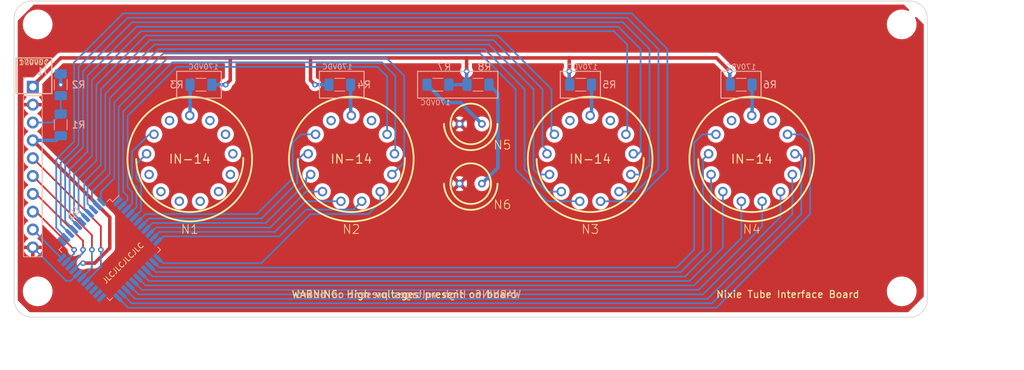
<source format=kicad_pcb>
(kicad_pcb (version 20211014) (generator pcbnew)
  (title_block (title "Nixie Tube Clock") (date "2023-05-21") (rev "01") (company "Chris Oakes Electronics") (comment 1 "Nixie Tube Interface Board"))
  (layers (0 "F.Cu" signal) (31 "B.Cu" signal) (34 "B.Paste" user) (35 "F.Paste" user) (36 "B.SilkS" user "B.Silkscreen") (37 "F.SilkS" user "F.Silkscreen") (38 "B.Mask" user) (39 "F.Mask" user) (44 "Edge.Cuts" user))
  (net 0 "")
  (net 1 "+170VDC")
  (net 2 "GND")
  (net 3 "Net-(J1-Pad3)")
  (net 4 "+12V")
  (net 5 "Net-(J1-Pad5)")
  (net 6 "Net-(J1-Pad6)")
  (net 7 "Net-(J1-Pad7)")
  (net 8 "Net-(J1-Pad8)")
  (net 9 "Net-(J1-Pad9)")
  (net 12 "Net-(N1-PadA)")
  (net 20 "N1_1")
  (net 21 "N1_2")
  (net 25 "Net-(N2-PadA)")
  (net 26 "N2_0")
  (net 27 "N2_1")
  (net 28 "N2_2")
  (net 29 "N2_3")
  (net 30 "N2_4")
  (net 31 "N2_5")
  (net 32 "N2_6")
  (net 33 "N2_7")
  (net 34 "N2_8")
  (net 35 "N2_9")
  (net 38 "Net-(N3-PadA)")
  (net 39 "N3_0")
  (net 40 "N3_1")
  (net 41 "N3_2")
  (net 42 "N3_3")
  (net 43 "N3_4")
  (net 44 "N3_5")
  (net 45 "N3_6")
  (net 46 "N3_7")
  (net 47 "N3_8")
  (net 48 "N3_9")
  (net 51 "Net-(N4-PadA)")
  (net 52 "N4_0")
  (net 53 "N4_1")
  (net 54 "N4_2")
  (net 55 "N4_3")
  (net 56 "N4_4")
  (net 57 "N4_5")
  (net 58 "N4_6")
  (net 59 "N4_7")
  (net 60 "N4_8")
  (net 61 "N4_9")
  (net 62 "Net-(N5-PadA)")
  (net 63 "Net-(N6-PadA)")
  (footprint "MountingHole:MountingHole_3.2mm_M3" (layer "F.Cu") (at 164.563127 77.917407)
    (fp_text reference "H3" hide)
    (fp_text value "MountingHole")
    (pad "" np_thru_hole circle (at 0 0) (size 3.2 3.2) (drill 3.2) (layers *.Cu *.Mask))
  )
  (footprint "nixies-us:nixies-us-IN-14" (layer "F.Cu") (at 63.21536 59.08464 180)
    (fp_text reference "N1" (at 0 -10 180) (layer "F.SilkS") (effects (font (size 1.27 1.27) (thickness 0.1016))))
    (fp_text value "IN-14" (at 0 0) (layer "F.SilkS") (effects (font (size 1.27 1.27))))
    (pad "0" thru_hole circle locked (at -5.0927 3.51536 180) (size 1.3462 1.3462) (drill 0.8382) (layers *.Cu *.Mask))
    (pad "1" thru_hole circle locked (at 5.0927 3.51536 180) (size 1.3462 1.3462) (drill 0.8382) (layers *.Cu *.Mask) (net 20 "N1_1"))
    (pad "2" thru_hole circle locked (at 6.14426 0.74422 180) (size 1.3462 1.3462) (drill 0.8382) (layers *.Cu *.Mask) (net 21 "N1_2"))
    (pad "3" thru_hole circle locked (at 5.78612 -2.19456 180) (size 1.3462 1.3462) (drill 0.8382) (layers *.Cu *.Mask))
    (pad "4" thru_hole circle locked (at 4.10464 -4.63296 180) (size 1.3462 1.3462) (drill 0.8382) (layers *.Cu *.Mask))
    (pad "5" thru_hole circle locked (at 1.48082 -6.00964 180) (size 1.3462 1.3462) (drill 0.8382) (layers *.Cu *.Mask))
    (pad "6" thru_hole circle locked (at -1.48082 -6.00964 180) (size 1.3462 1.3462) (drill 0.8382) (layers *.Cu *.Mask))
    (pad "7" thru_hole circle locked (at -4.10464 -4.63296 180) (size 1.3462 1.3462) (drill 0.8382) (layers *.Cu *.Mask))
    (pad "8" thru_hole circle locked (at -5.78612 -2.19456 180) (size 1.3462 1.3462) (drill 0.8382) (layers *.Cu *.Mask))
    (pad "9" thru_hole circle locked (at -6.14426 0.74422 180) (size 1.3462 1.3462) (drill 0.8382) (layers *.Cu *.Mask))
    (pad "A" thru_hole circle locked (at 0 6.18744 180) (size 1.3462 1.3462) (drill 0.8382) (layers *.Cu *.Mask) (net 12 "Net-(N1-PadA)"))
    (pad "LHDP" thru_hole circle locked (at 2.87528 5.47878 180) (size 1.3462 1.3462) (drill 0.8382) (layers *.Cu *.Mask))
    (pad "RHDP" thru_hole circle locked (at -2.87528 5.47878 180) (size 1.3462 1.3462) (drill 0.8382) (layers *.Cu *.Mask))
  )
  (footprint "nixies-us:nixies-us-IN-14" (layer "F.Cu") (at 120.21536 59.08464 180)
    (fp_text reference "N3" (at 0 -10 180) (layer "F.SilkS") (effects (font (size 1.27 1.27) (thickness 0.1016))))
    (fp_text value "IN-14" (at 0 0) (layer "F.SilkS") (effects (font (size 1.27 1.27))))
    (pad "0" thru_hole circle locked (at -5.0927 3.51536 180) (size 1.3462 1.3462) (drill 0.8382) (layers *.Cu *.Mask) (net 39 "N3_0"))
    (pad "1" thru_hole circle locked (at 5.0927 3.51536 180) (size 1.3462 1.3462) (drill 0.8382) (layers *.Cu *.Mask) (net 44 "N3_5"))
    (pad "2" thru_hole circle locked (at 6.14426 0.74422 180) (size 1.3462 1.3462) (drill 0.8382) (layers *.Cu *.Mask) (net 43 "N3_4"))
    (pad "3" thru_hole circle locked (at 5.78612 -2.19456 180) (size 1.3462 1.3462) (drill 0.8382) (layers *.Cu *.Mask) (net 42 "N3_3"))
    (pad "4" thru_hole circle locked (at 4.10464 -4.63296 180) (size 1.3462 1.3462) (drill 0.8382) (layers *.Cu *.Mask) (net 41 "N3_2"))
    (pad "5" thru_hole circle locked (at 1.48082 -6.00964 180) (size 1.3462 1.3462) (drill 0.8382) (layers *.Cu *.Mask) (net 40 "N3_1"))
    (pad "6" thru_hole circle locked (at -1.48082 -6.00964 180) (size 1.3462 1.3462) (drill 0.8382) (layers *.Cu *.Mask) (net 45 "N3_6"))
    (pad "7" thru_hole circle locked (at -4.10464 -4.63296 180) (size 1.3462 1.3462) (drill 0.8382) (layers *.Cu *.Mask) (net 46 "N3_7"))
    (pad "8" thru_hole circle locked (at -5.78612 -2.19456 180) (size 1.3462 1.3462) (drill 0.8382) (layers *.Cu *.Mask) (net 47 "N3_8"))
    (pad "9" thru_hole circle locked (at -6.14426 0.74422 180) (size 1.3462 1.3462) (drill 0.8382) (layers *.Cu *.Mask) (net 48 "N3_9"))
    (pad "A" thru_hole circle locked (at 0 6.18744 180) (size 1.3462 1.3462) (drill 0.8382) (layers *.Cu *.Mask) (net 38 "Net-(N3-PadA)"))
    (pad "LHDP" thru_hole circle locked (at 2.87528 5.47878 180) (size 1.3462 1.3462) (drill 0.8382) (layers *.Cu *.Mask))
    (pad "RHDP" thru_hole circle locked (at -2.87528 5.47878 180) (size 1.3462 1.3462) (drill 0.8382) (layers *.Cu *.Mask))
  )
  (footprint "nixies-us:nixies-us-IN-14" (layer "F.Cu") (at 143.21536 59.08464 180)
    (fp_text reference "N4" (at 0 -10 180) (layer "F.SilkS") (effects (font (size 1.27 1.27) (thickness 0.1016))))
    (fp_text value "IN-14" (at 0 0) (layer "F.SilkS") (effects (font (size 1.27 1.27))))
    (pad "0" thru_hole circle locked (at -5.0927 3.51536 180) (size 1.3462 1.3462) (drill 0.8382) (layers *.Cu *.Mask) (net 52 "N4_0"))
    (pad "1" thru_hole circle locked (at 5.0927 3.51536 180) (size 1.3462 1.3462) (drill 0.8382) (layers *.Cu *.Mask) (net 53 "N4_1"))
    (pad "2" thru_hole circle locked (at 6.14426 0.74422 180) (size 1.3462 1.3462) (drill 0.8382) (layers *.Cu *.Mask) (net 54 "N4_2"))
    (pad "3" thru_hole circle locked (at 5.78612 -2.19456 180) (size 1.3462 1.3462) (drill 0.8382) (layers *.Cu *.Mask) (net 55 "N4_3"))
    (pad "4" thru_hole circle locked (at 4.10464 -4.63296 180) (size 1.3462 1.3462) (drill 0.8382) (layers *.Cu *.Mask) (net 56 "N4_4"))
    (pad "5" thru_hole circle locked (at 1.48082 -6.00964 180) (size 1.3462 1.3462) (drill 0.8382) (layers *.Cu *.Mask) (net 57 "N4_5"))
    (pad "6" thru_hole circle locked (at -1.48082 -6.00964 180) (size 1.3462 1.3462) (drill 0.8382) (layers *.Cu *.Mask) (net 58 "N4_6"))
    (pad "7" thru_hole circle locked (at -4.10464 -4.63296 180) (size 1.3462 1.3462) (drill 0.8382) (layers *.Cu *.Mask) (net 59 "N4_7"))
    (pad "8" thru_hole circle locked (at -5.78612 -2.19456 180) (size 1.3462 1.3462) (drill 0.8382) (layers *.Cu *.Mask) (net 60 "N4_8"))
    (pad "9" thru_hole circle locked (at -6.14426 0.74422 180) (size 1.3462 1.3462) (drill 0.8382) (layers *.Cu *.Mask) (net 61 "N4_9"))
    (pad "A" thru_hole circle locked (at 0 6.18744 180) (size 1.3462 1.3462) (drill 0.8382) (layers *.Cu *.Mask) (net 51 "Net-(N4-PadA)"))
    (pad "LHDP" thru_hole circle locked (at 2.87528 5.47878 180) (size 1.3462 1.3462) (drill 0.8382) (layers *.Cu *.Mask))
    (pad "RHDP" thru_hole circle locked (at -2.87528 5.47878 180) (size 1.3462 1.3462) (drill 0.8382) (layers *.Cu *.Mask))
  )
  (footprint "MountingHole:MountingHole_3.2mm_M3" (layer "F.Cu") (at 41.563127 39.917407)
    (fp_text reference "H1" hide)
    (fp_text value "MountingHole")
    (pad "" np_thru_hole circle (at 0 0) (size 3.2 3.2) (drill 3.2) (layers *.Cu *.Mask))
  )
  (footprint "nixies-us:nixies-us-IN-3" (layer "F.Cu") (at 103.21536 62.58464 180)
    (fp_text reference "N6" (at -4.5 -3) (layer "F.SilkS") (effects (font (size 1.27 1.27) (thickness 0.1016))))
    (fp_text value "IN-3" hide)
    (pad "A" thru_hole circle locked (at -1.5875 0 180) (size 1.10744 1.10744) (drill 0.59944) (layers *.Cu *.Mask) (net 63 "Net-(N6-PadA)"))
    (pad "K" thru_hole circle locked (at 1.5875 0 180) (size 1.10744 1.10744) (drill 0.59944) (layers *.Cu *.Mask) (net 2 "GND"))
  )
  (footprint "nixies-us:nixies-us-IN-14" (layer "F.Cu") (at 86.21536 59.08464 180)
    (fp_text reference "N2" (at 0 -10 180) (layer "F.SilkS") (effects (font (size 1.27 1.27) (thickness 0.1016))))
    (fp_text value "IN-14" (at 0 0) (layer "F.SilkS") (effects (font (size 1.27 1.27))))
    (pad "0" thru_hole circle locked (at -5.0927 3.51536 180) (size 1.3462 1.3462) (drill 0.8382) (layers *.Cu *.Mask) (net 26 "N2_0"))
    (pad "1" thru_hole circle locked (at 5.0927 3.51536 180) (size 1.3462 1.3462) (drill 0.8382) (layers *.Cu *.Mask) (net 27 "N2_1"))
    (pad "2" thru_hole circle locked (at 6.14426 0.74422 180) (size 1.3462 1.3462) (drill 0.8382) (layers *.Cu *.Mask) (net 28 "N2_2"))
    (pad "3" thru_hole circle locked (at 5.78612 -2.19456 180) (size 1.3462 1.3462) (drill 0.8382) (layers *.Cu *.Mask) (net 29 "N2_3"))
    (pad "4" thru_hole circle locked (at 4.10464 -4.63296 180) (size 1.3462 1.3462) (drill 0.8382) (layers *.Cu *.Mask) (net 30 "N2_4"))
    (pad "5" thru_hole circle locked (at 1.48082 -6.00964 180) (size 1.3462 1.3462) (drill 0.8382) (layers *.Cu *.Mask) (net 31 "N2_5"))
    (pad "6" thru_hole circle locked (at -1.48082 -6.00964 180) (size 1.3462 1.3462) (drill 0.8382) (layers *.Cu *.Mask) (net 32 "N2_6"))
    (pad "7" thru_hole circle locked (at -4.10464 -4.63296 180) (size 1.3462 1.3462) (drill 0.8382) (layers *.Cu *.Mask) (net 33 "N2_7"))
    (pad "8" thru_hole circle locked (at -5.78612 -2.19456 180) (size 1.3462 1.3462) (drill 0.8382) (layers *.Cu *.Mask) (net 34 "N2_8"))
    (pad "9" thru_hole circle locked (at -6.14426 0.74422 180) (size 1.3462 1.3462) (drill 0.8382) (layers *.Cu *.Mask) (net 35 "N2_9"))
    (pad "A" thru_hole circle locked (at 0 6.18744 180) (size 1.3462 1.3462) (drill 0.8382) (layers *.Cu *.Mask) (net 25 "Net-(N2-PadA)"))
    (pad "LHDP" thru_hole circle locked (at 2.87528 5.47878 180) (size 1.3462 1.3462) (drill 0.8382) (layers *.Cu *.Mask))
    (pad "RHDP" thru_hole circle locked (at -2.87528 5.47878 180) (size 1.3462 1.3462) (drill 0.8382) (layers *.Cu *.Mask))
  )
  (footprint "MountingHole:MountingHole_3.2mm_M3" (layer "F.Cu") (at 164.563127 39.917407)
    (fp_text reference "H2" hide)
    (fp_text value "MountingHole")
    (pad "" np_thru_hole circle (at 0 0) (size 3.2 3.2) (drill 3.2) (layers *.Cu *.Mask))
  )
  (footprint "nixies-us:nixies-us-IN-3" (layer "F.Cu") (at 103.21536 54.08464 180)
    (fp_text reference "N5" (at -4.5 -3) (layer "F.SilkS") (effects (font (size 1.27 1.27) (thickness 0.1016))))
    (fp_text value "IN-3" hide)
    (pad "A" thru_hole circle locked (at -1.5875 0 180) (size 1.10744 1.10744) (drill 0.59944) (layers *.Cu *.Mask) (net 62 "Net-(N5-PadA)"))
    (pad "K" thru_hole circle locked (at 1.5875 0 180) (size 1.10744 1.10744) (drill 0.59944) (layers *.Cu *.Mask) (net 2 "GND"))
  )
  (footprint "MountingHole:MountingHole_3.2mm_M3" (layer "F.Cu") (at 41.563127 77.917407)
    (fp_text reference "H4" hide)
    (fp_text value "MountingHole")
    (pad "" np_thru_hole circle (at 0 0) (size 3.2 3.2) (drill 3.2) (layers *.Cu *.Mask))
  )
  (footprint "Resistor_SMD:R_1206_3216Metric_Pad1.30x1.75mm_HandSolder" (layer "B.Cu") (at 98.54036 48.49964 180)
    (fp_text reference "R7" (at -0.915 2.54) (layer "B.SilkS") (effects (justify mirror)))
    (fp_text value "10k")
    (pad "1" smd roundrect (at -1.55 0 180) (size 1.3 1.75) (layers "B.Cu" "B.Paste" "B.Mask") (roundrect_rratio 0.1923076923) (net 1 "+170VDC"))
    (pad "2" smd roundrect (at 1.55 0 180) (size 1.3 1.75) (layers "B.Cu" "B.Paste" "B.Mask") (roundrect_rratio 0.1923076923) (net 62 "Net-(N5-PadA)"))
  )
  (footprint "Resistor_SMD:R_1206_3216Metric_Pad1.30x1.75mm_HandSolder" (layer "B.Cu") (at 104.25536 48.49964)
    (fp_text reference "R8" (at 0.915 -2.54) (layer "B.SilkS") (effects (justify mirror)))
    (fp_text value "10k")
    (pad "1" smd roundrect (at -1.55 0) (size 1.3 1.75) (layers "B.Cu" "B.Paste" "B.Mask") (roundrect_rratio 0.1923076923) (net 1 "+170VDC"))
    (pad "2" smd roundrect (at 1.55 0) (size 1.3 1.75) (layers "B.Cu" "B.Paste" "B.Mask") (roundrect_rratio 0.1923076923) (net 63 "Net-(N6-PadA)"))
  )
  (footprint "Resistor_SMD:R_1206_3216Metric_Pad1.30x1.75mm_HandSolder" (layer "B.Cu") (at 118.86036 48.49964)
    (fp_text reference "R5" (at 4.09 0) (layer "B.SilkS") (effects (justify mirror)))
    (fp_text value "10k")
    (pad "1" smd roundrect (at -1.55 0) (size 1.3 1.75) (layers "B.Cu" "B.Paste" "B.Mask") (roundrect_rratio 0.1923076923) (net 1 "+170VDC"))
    (pad "2" smd roundrect (at 1.55 0) (size 1.3 1.75) (layers "B.Cu" "B.Paste" "B.Mask") (roundrect_rratio 0.1923076923) (net 38 "Net-(N3-PadA)"))
  )
  (footprint "Connector_PinSocket_2.54mm:PinSocket_1x10_P2.54mm_Vertical" (layer "B.Cu") (at 40.87536 48.79964 180)
    (fp_text reference "J1" (at -1.43 2.205) (layer "B.SilkS") (effects (justify mirror)))
    (fp_text value "Conn_01x10")
    (pad "1" thru_hole rect (at 0 0 180) (size 1.7 1.7) (drill 1) (layers *.Cu *.Mask) (net 1 "+170VDC"))
    (pad "2" thru_hole oval (at 0 -2.54 180) (size 1.7 1.7) (drill 1) (layers *.Cu *.Mask) (net 2 "GND"))
    (pad "3" thru_hole oval (at 0 -5.08 180) (size 1.7 1.7) (drill 1) (layers *.Cu *.Mask) (net 3 "Net-(J1-Pad3)"))
    (pad "4" thru_hole oval (at 0 -7.62 180) (size 1.7 1.7) (drill 1) (layers *.Cu *.Mask) (net 4 "+12V"))
    (pad "5" thru_hole oval (at 0 -10.16 180) (size 1.7 1.7) (drill 1) (layers *.Cu *.Mask) (net 5 "Net-(J1-Pad5)"))
    (pad "6" thru_hole oval (at 0 -12.7 180) (size 1.7 1.7) (drill 1) (layers *.Cu *.Mask) (net 6 "Net-(J1-Pad6)"))
    (pad "7" thru_hole oval (at 0 -15.24 180) (size 1.7 1.7) (drill 1) (layers *.Cu *.Mask) (net 7 "Net-(J1-Pad7)"))
    (pad "8" thru_hole oval (at 0 -17.78 180) (size 1.7 1.7) (drill 1) (layers *.Cu *.Mask) (net 8 "Net-(J1-Pad8)"))
    (pad "9" thru_hole oval (at 0 -20.32 180) (size 1.7 1.7) (drill 1) (layers *.Cu *.Mask) (net 9 "Net-(J1-Pad9)"))
    (pad "10" thru_hole oval (at 0 -22.86 180) (size 1.7 1.7) (drill 1) (layers *.Cu *.Mask) (net 2 "GND"))
  )
  (footprint "Resistor_SMD:R_1206_3216Metric_Pad1.30x1.75mm_HandSolder" (layer "B.Cu") (at 64.81036 48.49964 180)
    (fp_text reference "R3" (at 3.455 0) (layer "B.SilkS") (effects (justify mirror)))
    (fp_text value "10k")
    (pad "1" smd roundrect (at -1.55 0 180) (size 1.3 1.75) (layers "B.Cu" "B.Paste" "B.Mask") (roundrect_rratio 0.1923076923) (net 1 "+170VDC"))
    (pad "2" smd roundrect (at 1.55 0 180) (size 1.3 1.75) (layers "B.Cu" "B.Paste" "B.Mask") (roundrect_rratio 0.1923076923) (net 12 "Net-(N1-PadA)"))
  )
  (footprint "Package_QFP:LQFP-44_10x10mm_P0.8mm" (layer "B.Cu") (at 51.83036 71.99464 -135)
    (fp_text reference "U1" (at 0 7.35 45) (layer "B.SilkS") (effects (justify mirror)))
    (fp_text value "HV5622PG-G")
    (pad "1" smd roundrect (at -5.6625 4 225) (size 1.475 0.55) (layers "B.Cu" "B.Paste" "B.Mask") (net 34 "N2_8"))
    (pad "2" smd roundrect (at -5.6625 3.2 225) (size 1.475 0.55) (layers "B.Cu" "B.Paste" "B.Mask") (net 35 "N2_9"))
    (pad "3" smd roundrect (at -5.6625 2.4 225) (size 1.475 0.55) (layers "B.Cu" "B.Paste" "B.Mask") (net 26 "N2_0"))
    (pad "4" smd roundrect (at -5.6625 1.6 225) (size 1.475 0.55) (layers "B.Cu" "B.Paste" "B.Mask") (net 20 "N1_1"))
    (pad "5" smd roundrect (at -5.6625 0.8 225) (size 1.475 0.55) (layers "B.Cu" "B.Paste" "B.Mask") (net 21 "N1_2"))
    (pad "6" smd roundrect (at -5.6625 0 225) (size 1.475 0.55) (layers "B.Cu" "B.Paste" "B.Mask") (net 27 "N2_1"))
    (pad "7" smd roundrect (at -5.6625 -0.8 225) (size 1.475 0.55) (layers "B.Cu" "B.Paste" "B.Mask") (net 28 "N2_2"))
    (pad "8" smd roundrect (at -5.6625 -1.6 225) (size 1.475 0.55) (layers "B.Cu" "B.Paste" "B.Mask") (net 29 "N2_3"))
    (pad "9" smd roundrect (at -5.6625 -2.4 225) (size 1.475 0.55) (layers "B.Cu" "B.Paste" "B.Mask") (net 30 "N2_4"))
    (pad "10" smd roundrect (at -5.6625 -3.2 225) (size 1.475 0.55) (layers "B.Cu" "B.Paste" "B.Mask") (net 31 "N2_5"))
    (pad "11" smd roundrect (at -5.6625 -4 225) (size 1.475 0.55) (layers "B.Cu" "B.Paste" "B.Mask") (net 32 "N2_6"))
    (pad "12" smd roundrect (at -4 -5.6625 225) (size 0.55 1.475) (layers "B.Cu" "B.Paste" "B.Mask") (net 33 "N2_7"))
    (pad "13" smd roundrect (at -3.2 -5.6625 225) (size 0.55 1.475) (layers "B.Cu" "B.Paste" "B.Mask") (net 53 "N4_1"))
    (pad "14" smd roundrect (at -2.4 -5.6625 225) (size 0.55 1.475) (layers "B.Cu" "B.Paste" "B.Mask") (net 54 "N4_2"))
    (pad "15" smd roundrect (at -1.6 -5.6625 225) (size 0.55 1.475) (layers "B.Cu" "B.Paste" "B.Mask") (net 55 "N4_3"))
    (pad "16" smd roundrect (at -0.8 -5.6625 225) (size 0.55 1.475) (layers "B.Cu" "B.Paste" "B.Mask") (net 56 "N4_4"))
    (pad "17" smd roundrect (at 0 -5.6625 225) (size 0.55 1.475) (layers "B.Cu" "B.Paste" "B.Mask") (net 57 "N4_5"))
    (pad "18" smd roundrect (at 0.8 -5.6625 225) (size 0.55 1.475) (layers "B.Cu" "B.Paste" "B.Mask") (net 58 "N4_6"))
    (pad "19" smd roundrect (at 1.6 -5.6625 225) (size 0.55 1.475) (layers "B.Cu" "B.Paste" "B.Mask") (net 59 "N4_7"))
    (pad "20" smd roundrect (at 2.4 -5.6625 225) (size 0.55 1.475) (layers "B.Cu" "B.Paste" "B.Mask") (net 60 "N4_8"))
    (pad "21" smd roundrect (at 3.2 -5.6625 225) (size 0.55 1.475) (layers "B.Cu" "B.Paste" "B.Mask") (net 61 "N4_9"))
    (pad "22" smd roundrect (at 4 -5.6625 225) (size 0.55 1.475) (layers "B.Cu" "B.Paste" "B.Mask") (net 52 "N4_0"))
    (pad "23" smd roundrect (at 5.6625 -4 225) (size 1.475 0.55) (layers "B.Cu" "B.Paste" "B.Mask"))
    (pad "24" smd roundrect (at 5.6625 -3.2 225) (size 1.475 0.55) (layers "B.Cu" "B.Paste" "B.Mask"))
    (pad "25" smd roundrect (at 5.6625 -2.4 225) (size 1.475 0.55) (layers "B.Cu" "B.Paste" "B.Mask"))
    (pad "26" smd roundrect (at 5.6625 -1.6 225) (size 1.475 0.55) (layers "B.Cu" "B.Paste" "B.Mask"))
    (pad "27" smd roundrect (at 5.6625 -0.8 225) (size 1.475 0.55) (layers "B.Cu" "B.Paste" "B.Mask") (net 5 "Net-(J1-Pad5)"))
    (pad "28" smd roundrect (at 5.6625 0 225) (size 1.475 0.55) (layers "B.Cu" "B.Paste" "B.Mask") (net 6 "Net-(J1-Pad6)"))
    (pad "29" smd roundrect (at 5.6625 0.8 225) (size 1.475 0.55) (layers "B.Cu" "B.Paste" "B.Mask") (net 2 "GND"))
    (pad "30" smd roundrect (at 5.6625 1.6 225) (size 1.475 0.55) (layers "B.Cu" "B.Paste" "B.Mask") (net 4 "+12V"))
    (pad "31" smd roundrect (at 5.6625 2.4 225) (size 1.475 0.55) (layers "B.Cu" "B.Paste" "B.Mask") (net 7 "Net-(J1-Pad7)"))
    (pad "32" smd roundrect (at 5.6625 3.2 225) (size 1.475 0.55) (layers "B.Cu" "B.Paste" "B.Mask") (net 8 "Net-(J1-Pad8)"))
    (pad "33" smd roundrect (at 5.6625 4 225) (size 1.475 0.55) (layers "B.Cu" "B.Paste" "B.Mask") (net 9 "Net-(J1-Pad9)"))
    (pad "34" smd roundrect (at 4 5.6625 225) (size 0.55 1.475) (layers "B.Cu" "B.Paste" "B.Mask"))
    (pad "35" smd roundrect (at 3.2 5.6625 225) (size 0.55 1.475) (layers "B.Cu" "B.Paste" "B.Mask") (net 45 "N3_6"))
    (pad "36" smd roundrect (at 2.4 5.6625 225) (size 0.55 1.475) (layers "B.Cu" "B.Paste" "B.Mask") (net 46 "N3_7"))
    (pad "37" smd roundrect (at 1.6 5.6625 225) (size 0.55 1.475) (layers "B.Cu" "B.Paste" "B.Mask") (net 47 "N3_8"))
    (pad "38" smd roundrect (at 0.8 5.6625 225) (size 0.55 1.475) (layers "B.Cu" "B.Paste" "B.Mask") (net 48 "N3_9"))
    (pad "39" smd roundrect (at 0 5.6625 225) (size 0.55 1.475) (layers "B.Cu" "B.Paste" "B.Mask") (net 39 "N3_0"))
    (pad "40" smd roundrect (at -0.8 5.6625 225) (size 0.55 1.475) (layers "B.Cu" "B.Paste" "B.Mask") (net 44 "N3_5"))
    (pad "41" smd roundrect (at -1.6 5.6625 225) (size 0.55 1.475) (layers "B.Cu" "B.Paste" "B.Mask") (net 43 "N3_4"))
    (pad "42" smd roundrect (at -2.4 5.6625 225) (size 0.55 1.475) (layers "B.Cu" "B.Paste" "B.Mask") (net 42 "N3_3"))
    (pad "43" smd roundrect (at -3.2 5.6625 225) (size 0.55 1.475) (layers "B.Cu" "B.Paste" "B.Mask") (net 41 "N3_2"))
    (pad "44" smd roundrect (at -4 5.6625 225) (size 0.55 1.475) (layers "B.Cu" "B.Paste" "B.Mask") (net 40 "N3_1"))
  )
  (footprint "Resistor_SMD:R_1206_3216Metric_Pad1.30x1.75mm_HandSolder" (layer "B.Cu") (at 84.57036 48.49964)
    (fp_text reference "R4" (at 3.455 0) (layer "B.SilkS") (effects (justify mirror)))
    (fp_text value "10k")
    (pad "1" smd roundrect (at -1.55 0) (size 1.3 1.75) (layers "B.Cu" "B.Paste" "B.Mask") (roundrect_rratio 0.1923076923) (net 1 "+170VDC"))
    (pad "2" smd roundrect (at 1.55 0) (size 1.3 1.75) (layers "B.Cu" "B.Paste" "B.Mask") (roundrect_rratio 0.1923076923) (net 25 "Net-(N2-PadA)"))
  )
  (footprint "Resistor_SMD:R_1206_3216Metric_Pad1.30x1.75mm_HandSolder" (layer "B.Cu") (at 141.72036 48.49964)
    (fp_text reference "R6" (at 4.09 0) (layer "B.SilkS") (effects (justify mirror)))
    (fp_text value "10k")
    (pad "1" smd roundrect (at -1.55 0) (size 1.3 1.75) (layers "B.Cu" "B.Paste" "B.Mask") (roundrect_rratio 0.1923076923) (net 1 "+170VDC"))
    (pad "2" smd roundrect (at 1.55 0) (size 1.3 1.75) (layers "B.Cu" "B.Paste" "B.Mask") (roundrect_rratio 0.1923076923) (net 51 "Net-(N4-PadA)"))
  )
  (footprint "Resistor_SMD:R_1206_3216Metric_Pad1.30x1.75mm_HandSolder" (layer "B.Cu") (at 44.84536 54.21464 90)
    (fp_text reference "R1" (at 0 2.54 180) (layer "B.SilkS") (effects (justify mirror)))
    (fp_text value "DNF_27k")
    (pad "1" smd roundrect (at -1.55 0 90) (size 1.3 1.75) (layers "B.Cu" "B.Paste" "B.Mask") (roundrect_rratio 0.1923076923) (net 4 "+12V"))
    (pad "2" smd roundrect (at 1.55 0 90) (size 1.3 1.75) (layers "B.Cu" "B.Paste" "B.Mask") (roundrect_rratio 0.1923076923) (net 3 "Net-(J1-Pad3)"))
  )
  (footprint "Resistor_SMD:R_1206_3216Metric_Pad1.30x1.75mm_HandSolder" (layer "B.Cu") (at 44.84536 48.49964 90)
    (fp_text reference "R2" (at 0 2.54 180) (layer "B.SilkS") (effects (justify mirror)))
    (fp_text value "10k")
    (pad "1" smd roundrect (at -1.55 0 90) (size 1.3 1.75) (layers "B.Cu" "B.Paste" "B.Mask") (roundrect_rratio 0.1923076923) (net 3 "Net-(J1-Pad3)"))
    (pad "2" smd roundrect (at 1.55 0 90) (size 1.3 1.75) (layers "B.Cu" "B.Paste" "B.Mask") (roundrect_rratio 0.1923076923) (net 2 "GND"))
  )
  (gr_rect (start 95.64536 50.40464) (end 107.07536 46.59464) (layer "B.SilkS") (width 0.15) (fill none))
  (gr_rect (start 38.49536 44.68964) (end 43.57536 49.76964) (layer "B.SilkS") (width 0.15) (fill none))
  (gr_rect (start 61.35536 50.40464) (end 67.70536 46.59464) (layer "B.SilkS") (width 0.15) (fill none))
  (gr_rect (start 81.67536 50.40464) (end 88.02536 46.59464) (layer "B.SilkS") (width 0.15) (fill none))
  (gr_rect (start 115.96536 50.40464) (end 121.68036 46.59464) (layer "B.SilkS") (width 0.15) (fill none))
  (gr_rect (start 138.82536 50.40464) (end 144.54036 46.59464) (layer "B.SilkS") (width 0.15) (fill none))
  (gr_rect (start 38.49536 44.68964) (end 43.57536 49.76964) (layer "F.SilkS") (width 0.15) (fill none))
  (gr_arc (start 38.21536 39.08464) (mid 38.947593 37.316873) (end 40.71536 36.58464) (layer "Edge.Cuts") (width 0.1))
  (gr_line (start 168.21536 39.08464) (end 168.21536 79.08464) (layer "Edge.Cuts") (width 0.1))
  (gr_line (start 38.21536 79.08464) (end 38.21536 39.08464) (layer "Edge.Cuts") (width 0.1))
  (gr_arc (start 168.21536 79.08464) (mid 167.483127 80.852407) (end 165.71536 81.58464) (layer "Edge.Cuts") (width 0.1))
  (gr_arc (start 40.71536 81.58464) (mid 38.947593 80.852407) (end 38.21536 79.08464) (layer "Edge.Cuts") (width 0.1))
  (gr_arc (start 165.71536 36.58464) (mid 167.483127 37.316873) (end 168.21536 39.08464) (layer "Edge.Cuts") (width 0.1))
  (gr_line (start 165.71536 81.58464) (end 40.71536 81.58464) (layer "Edge.Cuts") (width 0.1))
  (gr_line (start 40.71536 36.58464) (end 165.71536 36.58464) (layer "Edge.Cuts") (width 0.1))
  (gr_text "170VDC" (at 98.18536 51.03964) (layer "B.SilkS") (effects (font (size 0.75 0.75) (thickness 0.1)) (justify mirror)))
  (gr_text "170VDC" (at 84.21536 45.95964) (layer "B.SilkS") (effects (font (size 0.75 0.75) (thickness 0.1)) (justify mirror)))
  (gr_text "170VDC" (at 41.03536 45.32464) (layer "B.SilkS") (effects (font (size 0.75 0.75) (thickness 0.1)) (justify mirror)))
  (gr_text "WARNING: High voltages present on board" (at 94.37536 78.34464) (layer "B.SilkS") (effects (font (size 1 1)) (justify mirror)))
  (gr_text "170VDC" (at 119.14036 45.95964) (layer "B.SilkS") (effects (font (size 0.75 0.75) (thickness 0.1)) (justify mirror)))
  (gr_text "170VDC" (at 65.16536 45.95964) (layer "B.SilkS") (effects (font (size 0.75 0.75) (thickness 0.1)) (justify mirror)))
  (gr_text "170VDC" (at 141.68286 45.95964) (layer "B.SilkS") (effects (font (size 0.75 0.75) (thickness 0.1)) (justify mirror)))
  (gr_text "Nixie Tube Interface Board" (at 148.35036 78.34464) (layer "F.SilkS") (effects (font (size 1 1))))
  (gr_text "JLCJLCJLCJLC" (at 53.73536 73.89964 45) (layer "F.SilkS") (effects (font (size 0.75 0.75) (thickness 0.1))))
  (gr_text "170VDC" (at 41.03536 45.32464) (layer "F.SilkS") (effects (font (size 0.75 0.75) (thickness 0.1))))
  (gr_text "WARNING: High voltages present on board" (at 93.74036 78.34464) (layer "F.SilkS") (effects (font (size 1 1))))
  (segment (start 117.23536 44.68964) (end 117.23536 46.59464) (width 0.5) (layer "F.Cu") (net 1))
  (segment (start 117.23536 44.68964) (end 138.19036 44.68964) (width 0.5) (layer "F.Cu") (net 1))
  (segment (start 68.34036 44.68964) (end 80.40536 44.68964) (width 0.5) (layer "F.Cu") (net 1))
  (segment (start 80.40536 44.68964) (end 80.40536 47.86464) (width 0.5) (layer "F.Cu") (net 1))
  (segment (start 139.46036 45.95964) (end 140.09536 46.59464) (width 0.5) (layer "F.Cu") (net 1))
  (segment (start 68.97536 44.68964) (end 68.97536 47.86464) (width 0.5) (layer "F.Cu") (net 1))
  (segment (start 102.63036 44.68964) (end 117.23536 44.68964) (width 0.5) (layer "F.Cu") (net 1))
  (segment (start 102.63036 44.68964) (end 102.63036 46.59464) (width 0.5) (layer "F.Cu") (net 1))
  (segment (start 44.84536 44.68964) (end 68.34036 44.68964) (width 0.5) (layer "F.Cu") (net 1))
  (segment (start 80.40536 47.86464) (end 81.04036 48.49964) (width 0.5) (layer "F.Cu") (net 1))
  (segment (start 138.19036 44.68964) (end 139.46036 45.95964) (width 0.5) (layer "F.Cu") (net 1))
  (segment (start 68.97536 47.86464) (end 68.34036 48.49964) (width 0.5) (layer "F.Cu") (net 1))
  (segment (start 80.40536 44.68964) (end 102.63036 44.68964) (width 0.5) (layer "F.Cu") (net 1))
  (segment (start 40.87536 48.65964) (end 44.84536 44.68964) (width 0.5) (layer "F.Cu") (net 1))
  (segment (start 40.87536 48.79964) (end 40.87536 48.65964) (width 0.5) (layer "F.Cu") (net 1))
  (via (at 68.34036 48.49964) (size 0.8) (drill 0.4) (layers "F.Cu" "B.Cu") (net 1))
  (via (at 140.09536 46.59464) (size 0.8) (drill 0.4) (layers "F.Cu" "B.Cu") (net 1))
  (via (at 81.04036 48.49964) (size 0.8) (drill 0.4) (layers "F.Cu" "B.Cu") (net 1))
  (via (at 117.23536 46.59464) (size 0.8) (drill 0.4) (layers "F.Cu" "B.Cu") (net 1))
  (via (at 102.63036 46.59464) (size 0.8) (drill 0.4) (layers "F.Cu" "B.Cu") (net 1))
  (segment (start 68.34036 48.49964) (end 66.36036 48.49964) (width 0.5) (layer "B.Cu") (net 1))
  (segment (start 102.63036 48.42464) (end 102.70536 48.49964) (width 0.5) (layer "B.Cu") (net 1))
  (segment (start 117.23536 46.59464) (end 117.23536 48.42464) (width 0.5) (layer "B.Cu") (net 1))
  (segment (start 81.04036 48.49964) (end 83.02036 48.49964) (width 0.5) (layer "B.Cu") (net 1))
  (segment (start 117.23536 48.42464) (end 117.31036 48.49964) (width 0.5) (layer "B.Cu") (net 1))
  (segment (start 140.09536 46.59464) (end 140.09536 48.42464) (width 0.5) (layer "B.Cu") (net 1))
  (segment (start 100.09036 48.49964) (end 102.70536 48.49964) (width 0.5) (layer "B.Cu") (net 1))
  (segment (start 140.09536 48.42464) (end 140.17036 48.49964) (width 0.5) (layer "B.Cu") (net 1))
  (segment (start 102.63036 46.59464) (end 102.63036 48.42464) (width 0.5) (layer "B.Cu") (net 1))
  (via (at 44.84536 48.49964) (size 0.8) (drill 0.4) (layers "F.Cu" "B.Cu") (net 2))
  (segment (start 46.253989 76.43964) (end 47.260682 75.432947) (width 0.25) (layer "B.Cu") (net 2))
  (segment (start 40.87536 71.65964) (end 45.65536 76.43964) (width 0.25) (layer "B.Cu") (net 2))
  (segment (start 44.84536 46.94964) (end 44.84536 48.49964) (width 0.5) (layer "B.Cu") (net 2))
  (segment (start 45.65536 76.43964) (end 46.253989 76.43964) (width 0.25) (layer "B.Cu") (net 2))
  (segment (start 43.63036 53.87964) (end 44.84536 52.66464) (width 0.25) (layer "B.Cu") (net 3))
  (segment (start 44.84536 50.04964) (end 44.84536 52.66464) (width 0.25) (layer "B.Cu") (net 3))
  (segment (start 40.87536 53.87964) (end 43.63036 53.87964) (width 0.25) (layer "B.Cu") (net 3))
  (segment (start 51.83036 69.45464) (end 51.83036 71.749254) (width 0.5) (layer "F.Cu") (net 4))
  (segment (start 51.83036 71.749254) (end 49.679974 73.89964) (width 0.5) (layer "F.Cu") (net 4))
  (segment (start 40.87536 56.41964) (end 51.83036 67.37464) (width 0.5) (layer "F.Cu") (net 4))
  (segment (start 51.83036 67.37464) (end 51.83036 69.45464) (width 0.5) (layer "F.Cu") (net 4))
  (segment (start 49.679974 73.89964) (end 48.02036 73.89964) (width 0.5) (layer "F.Cu") (net 4))
  (via (at 48.02036 73.89964) (size 0.8) (drill 0.4) (layers "F.Cu" "B.Cu") (net 4))
  (segment (start 40.87536 56.41964) (end 44.19036 56.41964) (width 0.5) (layer "B.Cu") (net 4))
  (segment (start 48.02036 73.89964) (end 47.662618 73.89964) (width 0.25) (layer "B.Cu") (net 4))
  (segment (start 44.19036 56.41964) (end 44.84536 55.76464) (width 0.5) (layer "B.Cu") (net 4))
  (segment (start 47.662618 73.89964) (end 46.694997 74.867261) (width 0.25) (layer "B.Cu") (net 4))
  (segment (start 50.56036 68.64464) (end 50.56036 70.08964) (width 0.25) (layer "F.Cu") (net 5))
  (segment (start 50.56036 70.08964) (end 50.56036 71.99464) (width 0.25) (layer "F.Cu") (net 5))
  (segment (start 40.87536 58.95964) (end 50.56036 68.64464) (width 0.25) (layer "F.Cu") (net 5))
  (via (at 50.56036 71.99464) (size 0.8) (drill 0.4) (layers "F.Cu" "B.Cu") (net 5))
  (segment (start 50.56036 74.396011) (end 48.392053 76.564318) (width 0.25) (layer "B.Cu") (net 5))
  (segment (start 50.56036 71.99464) (end 50.56036 74.396011) (width 0.25) (layer "B.Cu") (net 5))
  (segment (start 49.29036 69.91464) (end 49.29036 70.72464) (width 0.25) (layer "F.Cu") (net 6))
  (segment (start 49.29036 70.72464) (end 49.29036 71.99464) (width 0.25) (layer "F.Cu") (net 6))
  (segment (start 40.87536 61.49964) (end 49.29036 69.91464) (width 0.25) (layer "F.Cu") (net 6))
  (via (at 49.29036 71.99464) (size 0.8) (drill 0.4) (layers "F.Cu" "B.Cu") (net 6))
  (segment (start 49.29036 71.99464) (end 49.29036 74.53464) (width 0.25) (layer "B.Cu") (net 6))
  (segment (start 49.29036 74.53464) (end 47.826368 75.998632) (width 0.25) (layer "B.Cu") (net 6))
  (segment (start 40.87536 64.03964) (end 41.33536 64.03964) (width 0.25) (layer "F.Cu") (net 7))
  (segment (start 48.02036 70.72464) (end 48.02036 71.99464) (width 0.25) (layer "F.Cu") (net 7))
  (segment (start 41.33536 64.03964) (end 48.02036 70.72464) (width 0.25) (layer "F.Cu") (net 7))
  (via (at 48.02036 71.99464) (size 0.8) (drill 0.4) (layers "F.Cu" "B.Cu") (net 7))
  (segment (start 48.02036 71.99464) (end 48.02036 72.410528) (width 0.25) (layer "B.Cu") (net 7))
  (segment (start 48.02036 72.410528) (end 46.129312 74.301576) (width 0.25) (layer "B.Cu") (net 7))
  (segment (start 41.33536 66.57964) (end 46.75036 71.99464) (width 0.25) (layer "F.Cu") (net 8))
  (segment (start 40.87536 66.57964) (end 41.33536 66.57964) (width 0.25) (layer "F.Cu") (net 8))
  (via (at 46.75036 71.99464) (size 0.8) (drill 0.4) (layers "F.Cu" "B.Cu") (net 8))
  (segment (start 46.75036 72.549156) (end 45.563626 73.73589) (width 0.25) (layer "B.Cu") (net 8))
  (segment (start 46.75036 71.99464) (end 46.75036 72.549156) (width 0.25) (layer "B.Cu") (net 8))
  (segment (start 44.925925 73.170205) (end 44.997941 73.170205) (width 0.25) (layer "B.Cu") (net 9))
  (segment (start 40.87536 69.11964) (end 44.925925 73.170205) (width 0.25) (layer "B.Cu") (net 9))
  (segment (start 63.26036 52.8522) (end 63.21536 52.8972) (width 0.5) (layer "B.Cu") (net 12))
  (segment (start 63.26036 48.49964) (end 63.26036 52.8522) (width 0.5) (layer "B.Cu") (net 12))
  (segment (start 55.00536 62.46964) (end 55.00536 58.02464) (width 0.25) (layer "B.Cu") (net 20))
  (segment (start 55.64036 63.10464) (end 55.00536 62.46964) (width 0.25) (layer "B.Cu") (net 20))
  (segment (start 55.00536 58.02464) (end 57.46072 55.56928) (width 0.25) (layer "B.Cu") (net 20))
  (segment (start 55.64036 65.921898) (end 55.64036 63.10464) (width 0.25) (layer "B.Cu") (net 20))
  (segment (start 57.46072 55.56928) (end 58.12266 55.56928) (width 0.25) (layer "B.Cu") (net 20))
  (segment (start 54.702981 66.859277) (end 55.64036 65.921898) (width 0.25) (layer "B.Cu") (net 20))
  (segment (start 56.27536 66.418269) (end 56.27536 62.46964) (width 0.25) (layer "B.Cu") (net 21))
  (segment (start 55.268667 67.424962) (end 56.27536 66.418269) (width 0.25) (layer "B.Cu") (net 21))
  (segment (start 55.64036 61.83464) (end 55.64036 59.77116) (width 0.25) (layer "B.Cu") (net 21))
  (segment (start 55.64036 59.77116) (end 57.0711 58.34042) (width 0.25) (layer "B.Cu") (net 21))
  (segment (start 56.27536 62.46964) (end 55.64036 61.83464) (width 0.25) (layer "B.Cu") (net 21))
  (segment (start 86.12036 48.49964) (end 86.12036 52.8022) (width 0.5) (layer "B.Cu") (net 25))
  (segment (start 86.12036 52.8022) (end 86.21536 52.8972) (width 0.5) (layer "B.Cu") (net 25))
  (segment (start 61.35536 45.95964) (end 89.93036 45.95964) (width 0.25) (layer "B.Cu") (net 26))
  (segment (start 89.93036 45.95964) (end 91.30806 47.33734) (width 0.25) (layer "B.Cu") (net 26))
  (segment (start 54.37036 52.94464) (end 61.35536 45.95964) (width 0.25) (layer "B.Cu") (net 26))
  (segment (start 55.00536 63.73964) (end 54.37036 63.10464) (width 0.25) (layer "B.Cu") (net 26))
  (segment (start 54.137296 66.293592) (end 55.00536 65.425528) (width 0.25) (layer "B.Cu") (net 26))
  (segment (start 55.00536 65.425528) (end 55.00536 63.73964) (width 0.25) (layer "B.Cu") (net 26))
  (segment (start 54.37036 63.10464) (end 54.37036 52.94464) (width 0.25) (layer "B.Cu") (net 26))
  (segment (start 91.30806 47.33734) (end 91.30806 55.56928) (width 0.25) (layer "B.Cu") (net 26))
  (segment (start 79.05072 55.56928) (end 81.12266 55.56928) (width 0.25) (layer "B.Cu") (net 27))
  (segment (start 55.834352 67.990648) (end 56.91036 66.91464) (width 0.25) (layer "B.Cu") (net 27))
  (segment (start 77.86536 56.75464) (end 79.05072 55.56928) (width 0.25) (layer "B.Cu") (net 27))
  (segment (start 77.86536 61.83464) (end 77.86536 56.75464) (width 0.25) (layer "B.Cu") (net 27))
  (segment (start 72.78536 66.91464) (end 77.86536 61.83464) (width 0.25) (layer "B.Cu") (net 27))
  (segment (start 56.91036 66.91464) (end 72.78536 66.91464) (width 0.25) (layer "B.Cu") (net 27))
  (segment (start 73.42036 67.54964) (end 78.50036 62.46964) (width 0.25) (layer "B.Cu") (net 28))
  (segment (start 78.50036 62.46964) (end 78.50036 59.2854) (width 0.25) (layer "B.Cu") (net 28))
  (segment (start 57.406731 67.54964) (end 73.42036 67.54964) (width 0.25) (layer "B.Cu") (net 28))
  (segment (start 56.400038 68.556333) (end 57.406731 67.54964) (width 0.25) (layer "B.Cu") (net 28))
  (segment (start 78.50036 59.2854) (end 79.44534 58.34042) (width 0.25) (layer "B.Cu") (net 28))
  (segment (start 79.44534 58.34042) (end 80.0711 58.34042) (width 0.25) (layer "B.Cu") (net 28))
  (segment (start 57.903102 68.18464) (end 74.055719 68.18464) (width 0.25) (layer "B.Cu") (net 29))
  (segment (start 79.77036 61.83464) (end 80.3258 61.2792) (width 0.25) (layer "B.Cu") (net 29))
  (segment (start 80.3258 61.2792) (end 80.42924 61.2792) (width 0.25) (layer "B.Cu") (net 29))
  (segment (start 79.77036 62.469999) (end 79.77036 61.83464) (width 0.25) (layer "B.Cu") (net 29))
  (segment (start 56.965723 69.122019) (end 57.903102 68.18464) (width 0.25) (layer "B.Cu") (net 29))
  (segment (start 74.055719 68.18464) (end 79.77036 62.469999) (width 0.25) (layer "B.Cu") (net 29))
  (segment (start 58.399472 68.81964) (end 74.69036 68.81964) (width 0.25) (layer "B.Cu") (net 30))
  (segment (start 79.7924 63.7176) (end 82.11072 63.7176) (width 0.25) (layer "B.Cu") (net 30))
  (segment (start 74.69036 68.81964) (end 79.7924 63.7176) (width 0.25) (layer "B.Cu") (net 30))
  (segment (start 57.531408 69.687704) (end 58.399472 68.81964) (width 0.25) (layer "B.Cu") (net 30))
  (segment (start 58.895844 69.45464) (end 75.32536 69.45464) (width 0.25) (layer "B.Cu") (net 31))
  (segment (start 75.32536 69.45464) (end 79.68572 65.09428) (width 0.25) (layer "B.Cu") (net 31))
  (segment (start 58.097094 70.25339) (end 58.895844 69.45464) (width 0.25) (layer "B.Cu") (net 31))
  (segment (start 79.68572 65.09428) (end 84.73454 65.09428) (width 0.25) (layer "B.Cu") (net 31))
  (segment (start 86.51082 66.27964) (end 87.69618 65.09428) (width 0.25) (layer "B.Cu") (net 32))
  (segment (start 58.720925 70.819075) (end 59.45036 70.08964) (width 0.25) (layer "B.Cu") (net 32))
  (segment (start 59.45036 70.08964) (end 75.96036 70.08964) (width 0.25) (layer "B.Cu") (net 32))
  (segment (start 75.96036 70.08964) (end 79.77036 66.27964) (width 0.25) (layer "B.Cu") (net 32))
  (segment (start 79.77036 66.27964) (end 86.51082 66.27964) (width 0.25) (layer "B.Cu") (net 32))
  (segment (start 58.662779 70.819075) (end 58.720925 70.819075) (width 0.25) (layer "B.Cu") (net 32))
  (segment (start 90.32 65.255) (end 90.32 63.7176) (width 0.25) (layer "B.Cu") (net 33))
  (segment (start 73.42036 73.89964) (end 80.40536 66.91464) (width 0.25) (layer "B.Cu") (net 33))
  (segment (start 58.720925 73.170205) (end 59.45036 73.89964) (width 0.25) (layer "B.Cu") (net 33))
  (segment (start 58.662779 73.170205) (end 58.720925 73.170205) (width 0.25) (layer "B.Cu") (net 33))
  (segment (start 88.66036 66.91464) (end 90.32 65.255) (width 0.25) (layer "B.Cu") (net 33))
  (segment (start 59.45036 73.89964) (end 73.42036 73.89964) (width 0.25) (layer "B.Cu") (net 33))
  (segment (start 80.40536 66.91464) (end 88.66036 66.91464) (width 0.25) (layer "B.Cu") (net 33))
  (segment (start 93.74036 59.54032) (end 92.00148 61.2792) (width 0.25) (layer "B.Cu") (net 34))
  (segment (start 91.20036 44.68964) (end 93.74036 47.22964) (width 0.25) (layer "B.Cu") (net 34))
  (segment (start 53.10036 51.67464) (end 60.08536 44.68964) (width 0.25) (layer "B.Cu") (net 34))
  (segment (start 93.74036 47.22964) (end 93.74036 59.54032) (width 0.25) (layer "B.Cu") (net 34))
  (segment (start 53.005925 65.162221) (end 53.10036 65.067786) (width 0.25) (layer "B.Cu") (net 34))
  (segment (start 53.10036 65.067786) (end 53.10036 51.67464) (width 0.25) (layer "B.Cu") (net 34))
  (segment (start 60.08536 44.68964) (end 91.20036 44.68964) (width 0.25) (layer "B.Cu") (net 34))
  (segment (start 53.73536 52.30964) (end 60.72036 45.32464) (width 0.25) (layer "B.Cu") (net 35))
  (segment (start 92.47036 58.22968) (end 92.35962 58.34042) (width 0.25) (layer "B.Cu") (net 35))
  (segment (start 90.56536 45.32464) (end 92.47036 47.22964) (width 0.25) (layer "B.Cu") (net 35))
  (segment (start 60.72036 45.32464) (end 90.56536 45.32464) (width 0.25) (layer "B.Cu") (net 35))
  (segment (start 53.73536 63.73964) (end 53.73536 52.30964) (width 0.25) (layer "B.Cu") (net 35))
  (segment (start 92.47036 47.22964) (end 92.47036 58.22968) (width 0.25) (layer "B.Cu") (net 35))
  (segment (start 54.37036 64.929156) (end 54.37036 64.37464) (width 0.25) (layer "B.Cu") (net 35))
  (segment (start 53.57161 65.727906) (end 54.37036 64.929156) (width 0.25) (layer "B.Cu") (net 35))
  (segment (start 54.37036 64.37464) (end 53.73536 63.73964) (width 0.25) (layer "B.Cu") (net 35))
  (segment (start 120.41036 52.7022) (end 120.21536 52.8972) (width 0.5) (layer "B.Cu") (net 38))
  (segment (start 120.41036 48.49964) (end 120.41036 52.7022) (width 0.5) (layer "B.Cu") (net 38))
  (segment (start 123.58536 40.87964) (end 125.49036 42.78464) (width 0.25) (layer "B.Cu") (net 39))
  (segment (start 125.49036 42.78464) (end 125.49036 54.88698) (width 0.25) (layer "B.Cu") (net 39))
  (segment (start 46.75036 61.199101) (end 49.29036 58.659101) (width 0.25) (layer "B.Cu") (net 39))
  (segment (start 56.27536 40.87964) (end 123.58536 40.87964) (width 0.25) (layer "B.Cu") (net 39))
  (segment (start 47.826368 67.990648) (end 46.75036 66.91464) (width 0.25) (layer "B.Cu") (net 39))
  (segment (start 46.75036 66.91464) (end 46.75036 61.199101) (width 0.25) (layer "B.Cu") (net 39))
  (segment (start 49.29036 47.86464) (end 56.27536 40.87964) (width 0.25) (layer "B.Cu") (net 39))
  (segment (start 49.29036 58.659101) (end 49.29036 47.86464) (width 0.25) (layer "B.Cu") (net 39))
  (segment (start 50.56036 63.73964) (end 52.46536 61.83464) (width 0.25) (layer "B.Cu") (net 40))
  (segment (start 109.61536 49.13464) (end 109.61536 60.56464) (width 0.25) (layer "B.Cu") (net 40))
  (segment (start 59.45036 44.05464) (end 104.53536 44.05464) (width 0.25) (layer "B.Cu") (net 40))
  (segment (start 52.46536 51.03964) (end 59.45036 44.05464) (width 0.25) (layer "B.Cu") (net 40))
  (segment (start 104.53536 44.05464) (end 109.61536 49.13464) (width 0.25) (layer "B.Cu") (net 40))
  (segment (start 114.145 65.09428) (end 118.73454 65.09428) (width 0.25) (layer "B.Cu") (net 40))
  (segment (start 50.654795 65.162221) (end 50.56036 65.067786) (width 0.25) (layer "B.Cu") (net 40))
  (segment (start 52.46536 61.83464) (end 52.46536 51.03964) (width 0.25) (layer "B.Cu") (net 40))
  (segment (start 50.56036 65.067786) (end 50.56036 63.73964) (width 0.25) (layer "B.Cu") (net 40))
  (segment (start 109.61536 60.56464) (end 114.145 65.09428) (width 0.25) (layer "B.Cu") (net 40))
  (segment (start 50.08911 65.727906) (end 49.29036 64.929156) (width 0.25) (layer "B.Cu") (net 41))
  (segment (start 114.03832 63.7176) (end 116.11072 63.7176) (width 0.25) (layer "B.Cu") (net 41))
  (segment (start 110.88536 49.13464) (end 110.88536 60.56464) (width 0.25) (layer "B.Cu") (net 41))
  (segment (start 49.29036 64.929156) (end 49.29036 63.738922) (width 0.25) (layer "B.Cu") (net 41))
  (segment (start 51.83036 50.40464) (end 58.81536 43.41964) (width 0.25) (layer "B.Cu") (net 41))
  (segment (start 105.17036 43.41964) (end 110.88536 49.13464) (width 0.25) (layer "B.Cu") (net 41))
  (segment (start 51.83036 61.198922) (end 51.83036 50.40464) (width 0.25) (layer "B.Cu") (net 41))
  (segment (start 110.88536 60.56464) (end 114.03832 63.7176) (width 0.25) (layer "B.Cu") (net 41))
  (segment (start 58.81536 43.41964) (end 105.17036 43.41964) (width 0.25) (layer "B.Cu") (net 41))
  (segment (start 49.29036 63.738922) (end 51.83036 61.198922) (width 0.25) (layer "B.Cu") (net 41))
  (segment (start 48.65536 65.425528) (end 48.65536 63.10464) (width 0.25) (layer "B.Cu") (net 42))
  (segment (start 58.18036 42.78464) (end 105.80536 42.78464) (width 0.25) (layer "B.Cu") (net 42))
  (segment (start 105.80536 42.78464) (end 112.15536 49.13464) (width 0.25) (layer "B.Cu") (net 42))
  (segment (start 49.523424 66.293592) (end 48.65536 65.425528) (width 0.25) (layer "B.Cu") (net 42))
  (segment (start 51.19536 60.56464) (end 51.19536 49.76964) (width 0.25) (layer "B.Cu") (net 42))
  (segment (start 112.15536 60.56464) (end 112.86992 61.2792) (width 0.25) (layer "B.Cu") (net 42))
  (segment (start 112.15536 49.13464) (end 112.15536 60.56464) (width 0.25) (layer "B.Cu") (net 42))
  (segment (start 112.86992 61.2792) (end 114.42924 61.2792) (width 0.25) (layer "B.Cu") (net 42))
  (segment (start 48.65536 63.10464) (end 51.19536 60.56464) (width 0.25) (layer "B.Cu") (net 42))
  (segment (start 51.19536 49.76964) (end 58.18036 42.78464) (width 0.25) (layer "B.Cu") (net 42))
  (segment (start 50.56036 49.13464) (end 57.54536 42.14964) (width 0.25) (layer "B.Cu") (net 43))
  (segment (start 57.54536 42.14964) (end 106.44036 42.14964) (width 0.25) (layer "B.Cu") (net 43))
  (segment (start 114.0711 58.34042) (end 114.0711 57.84042) (width 0.25) (layer "B.Cu") (net 43))
  (segment (start 48.957739 66.859277) (end 48.20584 66.107378) (width 0.25) (layer "B.Cu") (net 43))
  (segment (start 114.0711 57.84042) (end 113.42536 57.19468) (width 0.25) (layer "B.Cu") (net 43))
  (segment (start 113.88688 58.02464) (end 114.0711 57.84042) (width 0.25) (layer "B.Cu") (net 43))
  (segment (start 106.44036 42.14964) (end 113.42536 49.13464) (width 0.25) (layer "B.Cu") (net 43))
  (segment (start 48.20584 62.28416) (end 50.56036 59.92964) (width 0.25) (layer "B.Cu") (net 43))
  (segment (start 113.42536 49.13464) (end 113.42536 57.19468) (width 0.25) (layer "B.Cu") (net 43))
  (segment (start 50.56036 59.92964) (end 50.56036 49.13464) (width 0.25) (layer "B.Cu") (net 43))
  (segment (start 48.20584 66.107378) (end 48.20584 62.28416) (width 0.25) (layer "B.Cu") (net 43))
  (segment (start 107.07536 41.51464) (end 114.69536 49.13464) (width 0.25) (layer "B.Cu") (net 44))
  (segment (start 114.69536 49.13464) (end 114.69536 55.14198) (width 0.25) (layer "B.Cu") (net 44))
  (segment (start 114.69536 55.14198) (end 115.12266 55.56928) (width 0.25) (layer "B.Cu") (net 44))
  (segment (start 47.38536 61.834281) (end 49.92536 59.294281) (width 0.25) (layer "B.Cu") (net 44))
  (segment (start 47.38536 66.418269) (end 47.38536 61.834281) (width 0.25) (layer "B.Cu") (net 44))
  (segment (start 48.392053 67.424962) (end 47.38536 66.418269) (width 0.25) (layer "B.Cu") (net 44))
  (segment (start 56.91036 41.51464) (end 107.07536 41.51464) (width 0.25) (layer "B.Cu") (net 44))
  (segment (start 49.92536 48.49964) (end 56.91036 41.51464) (width 0.25) (layer "B.Cu") (net 44))
  (segment (start 49.92536 59.294281) (end 49.92536 48.49964) (width 0.25) (layer "B.Cu") (net 44))
  (segment (start 126.67572 65.09428) (end 121.69618 65.09428) (width 0.25) (layer "B.Cu") (net 45))
  (segment (start 46.75036 45.32464) (end 53.73536 38.33964) (width 0.25) (layer "B.Cu") (net 45))
  (segment (start 44.21036 68.900124) (end 44.21036 59.135351) (width 0.25) (layer "B.Cu") (net 45))
  (segment (start 126.12536 38.33964) (end 131.20536 43.41964) (width 0.25) (layer "B.Cu") (net 45))
  (segment (start 131.20536 43.41964) (end 131.20536 60.56464) (width 0.25) (layer "B.Cu") (net 45))
  (segment (start 131.20536 60.56464) (end 126.67572 65.09428) (width 0.25) (layer "B.Cu") (net 45))
  (segment (start 44.21036 59.135351) (end 46.75036 56.595351) (width 0.25) (layer "B.Cu") (net 45))
  (segment (start 46.75036 56.595351) (end 46.75036 45.32464) (width 0.25) (layer "B.Cu") (net 45))
  (segment (start 45.563626 70.25339) (end 44.21036 68.900124) (width 0.25) (layer "B.Cu") (net 45))
  (segment (start 53.73536 38.33964) (end 126.12536 38.33964) (width 0.25) (layer "B.Cu") (net 45))
  (segment (start 129.93536 43.41964) (end 129.93536 60.564999) (width 0.25) (layer "B.Cu") (net 46))
  (segment (start 44.84536 59.611781) (end 47.38536 57.071781) (width 0.25) (layer "B.Cu") (net 46))
  (segment (start 47.38536 45.95964) (end 54.37036 38.97464) (width 0.25) (layer "B.Cu") (net 46))
  (segment (start 126.782759 63.7176) (end 124.32 63.7176) (width 0.25) (layer "B.Cu") (net 46))
  (segment (start 54.37036 38.97464) (end 125.49036 38.97464) (width 0.25) (layer "B.Cu") (net 46))
  (segment (start 46.129312 69.687704) (end 44.84536 68.403752) (width 0.25) (layer "B.Cu") (net 46))
  (segment (start 129.93536 60.564999) (end 126.782759 63.7176) (width 0.25) (layer "B.Cu") (net 46))
  (segment (start 47.38536 57.071781) (end 47.38536 45.95964) (width 0.25) (layer "B.Cu") (net 46))
  (segment (start 44.84536 68.403752) (end 44.84536 59.611781) (width 0.25) (layer "B.Cu") (net 46))
  (segment (start 125.49036 38.97464) (end 129.93536 43.41964) (width 0.25) (layer "B.Cu") (net 46))
  (segment (start 46.129312 69.687704) (end 46.129312 69.468592) (width 0.25) (layer "B.Cu") (net 46))
  (segment (start 46.129312 69.468592) (end 46.11536 69.45464) (width 0.25) (layer "B.Cu") (net 46))
  (segment (start 127.3158 61.2792) (end 126.00148 61.2792) (width 0.25) (layer "B.Cu") (net 47))
  (segment (start 48.02036 46.59464) (end 55.00536 39.60964) (width 0.25) (layer "B.Cu") (net 47))
  (segment (start 128.66536 59.92964) (end 127.3158 61.2792) (width 0.25) (layer "B.Cu") (net 47))
  (segment (start 128.66536 43.41964) (end 128.66536 59.92964) (width 0.25) (layer "B.Cu") (net 47))
  (segment (start 55.00536 39.60964) (end 124.85536 39.60964) (width 0.25) (layer "B.Cu") (net 47))
  (segment (start 45.48036 67.907382) (end 45.48036 59.92964) (width 0.25) (layer "B.Cu") (net 47))
  (segment (start 48.02036 57.38964) (end 48.02036 46.59464) (width 0.25) (layer "B.Cu") (net 47))
  (segment (start 45.48036 59.92964) (end 48.02036 57.38964) (width 0.25) (layer "B.Cu") (net 47))
  (segment (start 124.85536 39.60964) (end 128.66536 43.41964) (width 0.25) (layer "B.Cu") (net 47))
  (segment (start 46.694997 69.122019) (end 45.48036 67.907382) (width 0.25) (layer "B.Cu") (net 47))
  (segment (start 48.65536 47.22964) (end 55.64036 40.24464) (width 0.25) (layer "B.Cu") (net 48))
  (segment (start 47.260682 68.556333) (end 46.11536 67.411011) (width 0.25) (layer "B.Cu") (net 48))
  (segment (start 46.11536 60.564011) (end 48.65536 58.024011) (width 0.25) (layer "B.Cu") (net 48))
  (segment (start 55.64036 40.24464) (end 124.22036 40.24464) (width 0.25) (layer "B.Cu") (net 48))
  (segment (start 127.07958 58.34042) (end 126.35962 58.34042) (width 0.25) (layer "B.Cu") (net 48))
  (segment (start 46.11536 67.411011) (end 46.11536 60.564011) (width 0.25) (layer "B.Cu") (net 48))
  (segment (start 48.65536 58.024011) (end 48.65536 47.22964) (width 0.25) (layer "B.Cu") (net 48))
  (segment (start 127.39536 43.41964) (end 127.39536 58.02464) (width 0.25) (layer "B.Cu") (net 48))
  (segment (start 127.39536 58.02464) (end 127.07958 58.34042) (width 0.25) (layer "B.Cu") (net 48))
  (segment (start 47.260682 68.556333) (end 47.260682 68.27281) (width 0.25) (layer "B.Cu") (net 48))
  (segment (start 124.22036 40.24464) (end 127.39536 43.41964) (width 0.25) (layer "B.Cu") (net 48))
  (segment (start 143.27036 48.49964) (end 143.27036 52.8422) (width 0.5) (layer "B.Cu") (net 51))
  (segment (start 143.27036 52.8422) (end 143.21536 52.8972) (width 0.5) (layer "B.Cu") (net 51))
  (segment (start 54.428506 80.24964) (end 138.19036 80.24964) (width 0.25) (layer "B.Cu") (net 52))
  (segment (start 150.34 55.56928) (end 148.30806 55.56928) (width 0.25) (layer "B.Cu") (net 52))
  (segment (start 151.52536 66.91464) (end 151.52536 56.75464) (width 0.25) (layer "B.Cu") (net 52))
  (segment (start 53.005925 78.827059) (end 54.428506 80.24964) (width 0.25) (layer "B.Cu") (net 52))
  (segment (start 138.19036 80.24964) (end 151.52536 66.91464) (width 0.25) (layer "B.Cu") (net 52))
  (segment (start 151.52536 56.75464) (end 150.34 55.56928) (width 0.25) (layer "B.Cu") (net 52))
  (segment (start 132.47536 74.53464) (end 135.01536 71.99464) (width 0.25) (layer "B.Cu") (net 53))
  (segment (start 135.01536 56.75464) (end 136.20072 55.56928) (width 0.25) (layer "B.Cu") (net 53))
  (segment (start 58.097094 73.73589) (end 58.895844 74.53464) (width 0.25) (layer "B.Cu") (net 53))
  (segment (start 135.01536 71.99464) (end 135.01536 56.75464) (width 0.25) (layer "B.Cu") (net 53))
  (segment (start 136.20072 55.56928) (end 138.12266 55.56928) (width 0.25) (layer "B.Cu") (net 53))
  (segment (start 58.895844 74.53464) (end 132.47536 74.53464) (width 0.25) (layer "B.Cu") (net 53))
  (segment (start 136.28536 71.99464) (end 136.28536 59.12616) (width 0.25) (layer "B.Cu") (net 54))
  (segment (start 133.11036 75.16964) (end 136.28536 71.99464) (width 0.25) (layer "B.Cu") (net 54))
  (segment (start 57.531408 74.301576) (end 58.399472 75.16964) (width 0.25) (layer "B.Cu") (net 54))
  (segment (start 58.399472 75.16964) (end 133.11036 75.16964) (width 0.25) (layer "B.Cu") (net 54))
  (segment (start 136.28536 59.12616) (end 137.0711 58.34042) (width 0.25) (layer "B.Cu") (net 54))
  (segment (start 133.74536 75.80464) (end 137.42924 72.12076) (width 0.25) (layer "B.Cu") (net 55))
  (segment (start 56.965723 74.867261) (end 57.903102 75.80464) (width 0.25) (layer "B.Cu") (net 55))
  (segment (start 57.903102 75.80464) (end 133.74536 75.80464) (width 0.25) (layer "B.Cu") (net 55))
  (segment (start 137.42924 72.12076) (end 137.42924 61.2792) (width 0.25) (layer "B.Cu") (net 55))
  (segment (start 134.38036 76.43964) (end 139.11072 71.70928) (width 0.25) (layer "B.Cu") (net 56))
  (segment (start 57.406731 76.43964) (end 134.38036 76.43964) (width 0.25) (layer "B.Cu") (net 56))
  (segment (start 139.11072 71.70928) (end 139.11072 63.7176) (width 0.25) (layer "B.Cu") (net 56))
  (segment (start 56.400038 75.432947) (end 57.406731 76.43964) (width 0.25) (layer "B.Cu") (net 56))
  (segment (start 56.91036 77.07464) (end 135.01536 77.07464) (width 0.25) (layer "B.Cu") (net 57))
  (segment (start 135.01536 77.07464) (end 141.73454 70.35546) (width 0.25) (layer "B.Cu") (net 57))
  (segment (start 55.834352 75.998632) (end 56.91036 77.07464) (width 0.25) (layer "B.Cu") (net 57))
  (segment (start 141.73454 70.35546) (end 141.73454 65.09428) (width 0.25) (layer "B.Cu") (net 57))
  (segment (start 144.69618 65.48882) (end 144.69618 65.09428) (width 0.25) (layer "B.Cu") (net 58))
  (segment (start 56.413989 77.70964) (end 135.65036 77.70964) (width 0.25) (layer "B.Cu") (net 58))
  (segment (start 144.69618 68.66382) (end 144.69618 65.48882) (width 0.25) (layer "B.Cu") (net 58))
  (segment (start 135.65036 77.70964) (end 144.69618 68.66382) (width 0.25) (layer "B.Cu") (net 58))
  (segment (start 55.268667 76.564318) (end 56.413989 77.70964) (width 0.25) (layer "B.Cu") (net 58))
  (segment (start 144.69618 65.48882) (end 144.69618 64.59428) (width 0.25) (layer "B.Cu") (net 58))
  (segment (start 147.32 67.31) (end 147.32 64.135) (width 0.25) (layer "B.Cu") (net 59))
  (segment (start 147.32 64.135) (end 147.32 63.7176) (width 0.25) (layer "B.Cu") (net 59))
  (segment (start 147.32 63.2176) (end 147.32 64.135) (width 0.25) (layer "B.Cu") (net 59))
  (segment (start 54.702981 77.130003) (end 55.917618 78.34464) (width 0.25) (layer "B.Cu") (net 59))
  (segment (start 55.917618 78.34464) (end 136.28536 78.34464) (width 0.25) (layer "B.Cu") (net 59))
  (segment (start 136.28536 78.34464) (end 147.32 67.31) (width 0.25) (layer "B.Cu") (net 59))
  (segment (start 55.421248 78.97964) (end 54.137296 77.695688) (width 0.25) (layer "B.Cu") (net 60))
  (segment (start 149.00148 61.2792) (end 149.00148 66.89852) (width 0.25) (layer "B.Cu") (net 60))
  (segment (start 136.92036 78.97964) (end 55.421248 78.97964) (width 0.25) (layer "B.Cu") (net 60))
  (segment (start 149.00148 66.89852) (end 136.92036 78.97964) (width 0.25) (layer "B.Cu") (net 60))
  (segment (start 137.55536 79.61464) (end 150.25536 66.91464) (width 0.25) (layer "B.Cu") (net 61))
  (segment (start 53.57161 78.261374) (end 54.924876 79.61464) (width 0.25) (layer "B.Cu") (net 61))
  (segment (start 54.924876 79.61464) (end 137.55536 79.61464) (width 0.25) (layer "B.Cu") (net 61))
  (segment (start 150.25536 66.91464) (end 150.25536 58.62464) (width 0.25) (layer "B.Cu") (net 61))
  (segment (start 149.97114 58.34042) (end 149.35962 58.34042) (width 0.25) (layer "B.Cu") (net 61))
  (segment (start 150.25536 58.62464) (end 149.97114 58.34042) (width 0.25) (layer "B.Cu") (net 61))
  (segment (start 99.53036 51.03964) (end 101.75786 51.03964) (width 0.5) (layer "B.Cu") (net 62))
  (segment (start 101.75786 51.03964) (end 104.80286 54.08464) (width 0.5) (layer "B.Cu") (net 62))
  (segment (start 96.99036 48.49964) (end 99.53036 51.03964) (width 0.5) (layer "B.Cu") (net 62))
  (segment (start 107.07536 49.76964) (end 107.07536 60.31214) (width 0.5) (layer "B.Cu") (net 63))
  (segment (start 107.07536 60.31214) (end 104.80286 62.58464) (width 0.5) (layer "B.Cu") (net 63))
  (segment (start 105.80536 48.49964) (end 107.07536 49.76964) (width 0.5) (layer "B.Cu") (net 63))
  (zone (net 2) (net_name "GND") (layer "F.Cu") (connect_pads (clearance 0.508)) (min_thickness 0.254) (fill yes (thermal_gap 0.508) (thermal_bridge_width 0.508))
    (polygon (pts (xy 168.03536 40.24464) (xy 168.03536 78.34464) (xy 165.49536 80.88464) (xy 40.40036 80.88464) (xy 38.49536 78.97964) (xy 38.49536 39.60964) (xy 41.03536 37.06964) (xy 164.86036 37.06964)))
  )
)
</source>
